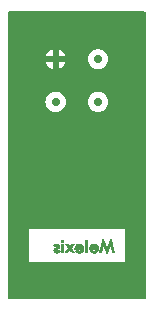
<source format=gbr>
G04 #@! TF.GenerationSoftware,KiCad,Pcbnew,(6.0.7)*
G04 #@! TF.CreationDate,2023-01-17T09:38:14-08:00*
G04 #@! TF.ProjectId,mlx90614-breakout,6d6c7839-3036-4313-942d-627265616b6f,rev?*
G04 #@! TF.SameCoordinates,Original*
G04 #@! TF.FileFunction,Copper,L2,Bot*
G04 #@! TF.FilePolarity,Positive*
%FSLAX46Y46*%
G04 Gerber Fmt 4.6, Leading zero omitted, Abs format (unit mm)*
G04 Created by KiCad (PCBNEW (6.0.7)) date 2023-01-17 09:38:14*
%MOMM*%
%LPD*%
G01*
G04 APERTURE LIST*
G04 #@! TA.AperFunction,EtchedComponent*
%ADD10C,0.010000*%
G04 #@! TD*
G04 #@! TA.AperFunction,ComponentPad*
%ADD11C,0.700000*%
G04 #@! TD*
G04 APERTURE END LIST*
G36*
X111839849Y-79012201D02*
G01*
X111662049Y-79012201D01*
X111662049Y-77920001D01*
X111839849Y-77920001D01*
X111839849Y-79012201D01*
G37*
D10*
X111839849Y-79012201D02*
X111662049Y-79012201D01*
X111662049Y-77920001D01*
X111839849Y-77920001D01*
X111839849Y-79012201D01*
G36*
X109797689Y-78097801D02*
G01*
X109614809Y-78097801D01*
X109614809Y-77920001D01*
X109797689Y-77920001D01*
X109797689Y-78097801D01*
G37*
X109797689Y-78097801D02*
X109614809Y-78097801D01*
X109614809Y-77920001D01*
X109797689Y-77920001D01*
X109797689Y-78097801D01*
G36*
X110672574Y-78304811D02*
G01*
X110623496Y-78367379D01*
X110580603Y-78422303D01*
X110543695Y-78469845D01*
X110512576Y-78510265D01*
X110487048Y-78543825D01*
X110466913Y-78570787D01*
X110451973Y-78591413D01*
X110442031Y-78605963D01*
X110436890Y-78614699D01*
X110436111Y-78617699D01*
X110439816Y-78622815D01*
X110449083Y-78635170D01*
X110463289Y-78653945D01*
X110481810Y-78678321D01*
X110504022Y-78707477D01*
X110529301Y-78740593D01*
X110557024Y-78776850D01*
X110584711Y-78813007D01*
X110614099Y-78851413D01*
X110641565Y-78887414D01*
X110666495Y-78920197D01*
X110688272Y-78948948D01*
X110706284Y-78972853D01*
X110719914Y-78991099D01*
X110728548Y-79002873D01*
X110731562Y-79007317D01*
X110727250Y-79009012D01*
X110713538Y-79010383D01*
X110691183Y-79011395D01*
X110660941Y-79012012D01*
X110627038Y-79012201D01*
X110520820Y-79012201D01*
X110427224Y-78891836D01*
X110403468Y-78861279D01*
X110381581Y-78833112D01*
X110362383Y-78808394D01*
X110346696Y-78788181D01*
X110335339Y-78773529D01*
X110329133Y-78765497D01*
X110328363Y-78764489D01*
X110325484Y-78764213D01*
X110319873Y-78768276D01*
X110311001Y-78777292D01*
X110298341Y-78791877D01*
X110281364Y-78812644D01*
X110259540Y-78840209D01*
X110232342Y-78875187D01*
X110224879Y-78884853D01*
X110126661Y-79012201D01*
X110020595Y-79012201D01*
X109989015Y-79012027D01*
X109961187Y-79011542D01*
X109938599Y-79010799D01*
X109922736Y-79009852D01*
X109915086Y-79008753D01*
X109914614Y-79008391D01*
X109917635Y-79003722D01*
X109926265Y-78991803D01*
X109939903Y-78973429D01*
X109957953Y-78949393D01*
X109979814Y-78920489D01*
X110004889Y-78887511D01*
X110032579Y-78851252D01*
X110062284Y-78812508D01*
X110064400Y-78809754D01*
X110099117Y-78764499D01*
X110128056Y-78726584D01*
X110151690Y-78695337D01*
X110170490Y-78670088D01*
X110184930Y-78650166D01*
X110195482Y-78634901D01*
X110202618Y-78623622D01*
X110206812Y-78615658D01*
X110208536Y-78610340D01*
X110208261Y-78606995D01*
X110207825Y-78606227D01*
X110203385Y-78600348D01*
X110193456Y-78587369D01*
X110178761Y-78568231D01*
X110160022Y-78543872D01*
X110137963Y-78515233D01*
X110113307Y-78483254D01*
X110086776Y-78448873D01*
X110083439Y-78444549D01*
X110057014Y-78410250D01*
X110032649Y-78378483D01*
X110011021Y-78350140D01*
X109992806Y-78326114D01*
X109978681Y-78307299D01*
X109969322Y-78294586D01*
X109965405Y-78288870D01*
X109965329Y-78288666D01*
X109970162Y-78287817D01*
X109983681Y-78287085D01*
X110004408Y-78286506D01*
X110030869Y-78286118D01*
X110061589Y-78285958D01*
X110073279Y-78285963D01*
X110181229Y-78286165D01*
X110249809Y-78377100D01*
X110269693Y-78403335D01*
X110287539Y-78426629D01*
X110302446Y-78445828D01*
X110313511Y-78459773D01*
X110319833Y-78467310D01*
X110320929Y-78468314D01*
X110324640Y-78464565D01*
X110333652Y-78453901D01*
X110347056Y-78437448D01*
X110363938Y-78416331D01*
X110383389Y-78391674D01*
X110394589Y-78377350D01*
X110465709Y-78286107D01*
X110576625Y-78285934D01*
X110687542Y-78285761D01*
X110672574Y-78304811D01*
G37*
X110672574Y-78304811D02*
X110623496Y-78367379D01*
X110580603Y-78422303D01*
X110543695Y-78469845D01*
X110512576Y-78510265D01*
X110487048Y-78543825D01*
X110466913Y-78570787D01*
X110451973Y-78591413D01*
X110442031Y-78605963D01*
X110436890Y-78614699D01*
X110436111Y-78617699D01*
X110439816Y-78622815D01*
X110449083Y-78635170D01*
X110463289Y-78653945D01*
X110481810Y-78678321D01*
X110504022Y-78707477D01*
X110529301Y-78740593D01*
X110557024Y-78776850D01*
X110584711Y-78813007D01*
X110614099Y-78851413D01*
X110641565Y-78887414D01*
X110666495Y-78920197D01*
X110688272Y-78948948D01*
X110706284Y-78972853D01*
X110719914Y-78991099D01*
X110728548Y-79002873D01*
X110731562Y-79007317D01*
X110727250Y-79009012D01*
X110713538Y-79010383D01*
X110691183Y-79011395D01*
X110660941Y-79012012D01*
X110627038Y-79012201D01*
X110520820Y-79012201D01*
X110427224Y-78891836D01*
X110403468Y-78861279D01*
X110381581Y-78833112D01*
X110362383Y-78808394D01*
X110346696Y-78788181D01*
X110335339Y-78773529D01*
X110329133Y-78765497D01*
X110328363Y-78764489D01*
X110325484Y-78764213D01*
X110319873Y-78768276D01*
X110311001Y-78777292D01*
X110298341Y-78791877D01*
X110281364Y-78812644D01*
X110259540Y-78840209D01*
X110232342Y-78875187D01*
X110224879Y-78884853D01*
X110126661Y-79012201D01*
X110020595Y-79012201D01*
X109989015Y-79012027D01*
X109961187Y-79011542D01*
X109938599Y-79010799D01*
X109922736Y-79009852D01*
X109915086Y-79008753D01*
X109914614Y-79008391D01*
X109917635Y-79003722D01*
X109926265Y-78991803D01*
X109939903Y-78973429D01*
X109957953Y-78949393D01*
X109979814Y-78920489D01*
X110004889Y-78887511D01*
X110032579Y-78851252D01*
X110062284Y-78812508D01*
X110064400Y-78809754D01*
X110099117Y-78764499D01*
X110128056Y-78726584D01*
X110151690Y-78695337D01*
X110170490Y-78670088D01*
X110184930Y-78650166D01*
X110195482Y-78634901D01*
X110202618Y-78623622D01*
X110206812Y-78615658D01*
X110208536Y-78610340D01*
X110208261Y-78606995D01*
X110207825Y-78606227D01*
X110203385Y-78600348D01*
X110193456Y-78587369D01*
X110178761Y-78568231D01*
X110160022Y-78543872D01*
X110137963Y-78515233D01*
X110113307Y-78483254D01*
X110086776Y-78448873D01*
X110083439Y-78444549D01*
X110057014Y-78410250D01*
X110032649Y-78378483D01*
X110011021Y-78350140D01*
X109992806Y-78326114D01*
X109978681Y-78307299D01*
X109969322Y-78294586D01*
X109965405Y-78288870D01*
X109965329Y-78288666D01*
X109970162Y-78287817D01*
X109983681Y-78287085D01*
X110004408Y-78286506D01*
X110030869Y-78286118D01*
X110061589Y-78285958D01*
X110073279Y-78285963D01*
X110181229Y-78286165D01*
X110249809Y-78377100D01*
X110269693Y-78403335D01*
X110287539Y-78426629D01*
X110302446Y-78445828D01*
X110313511Y-78459773D01*
X110319833Y-78467310D01*
X110320929Y-78468314D01*
X110324640Y-78464565D01*
X110333652Y-78453901D01*
X110347056Y-78437448D01*
X110363938Y-78416331D01*
X110383389Y-78391674D01*
X110394589Y-78377350D01*
X110465709Y-78286107D01*
X110576625Y-78285934D01*
X110687542Y-78285761D01*
X110672574Y-78304811D01*
G36*
X113808399Y-77834548D02*
G01*
X113808741Y-77834879D01*
X113810326Y-77840018D01*
X113814325Y-77854379D01*
X113820575Y-77877358D01*
X113828917Y-77908347D01*
X113839189Y-77946741D01*
X113851229Y-77991934D01*
X113864878Y-78043321D01*
X113879974Y-78100296D01*
X113896355Y-78162252D01*
X113913862Y-78228583D01*
X113932333Y-78298685D01*
X113951607Y-78371951D01*
X113965156Y-78423521D01*
X114119070Y-79009661D01*
X114032667Y-79011054D01*
X114004010Y-79011293D01*
X113978958Y-79011077D01*
X113959248Y-79010456D01*
X113946617Y-79009480D01*
X113942806Y-79008514D01*
X113940960Y-79003040D01*
X113936793Y-78988560D01*
X113930528Y-78965907D01*
X113922386Y-78935912D01*
X113912592Y-78899406D01*
X113901367Y-78857221D01*
X113888934Y-78810187D01*
X113875516Y-78759137D01*
X113861336Y-78704902D01*
X113856362Y-78685811D01*
X113842001Y-78630811D01*
X113828342Y-78578817D01*
X113815605Y-78530646D01*
X113804010Y-78487115D01*
X113793777Y-78449044D01*
X113785128Y-78417248D01*
X113778281Y-78392547D01*
X113773457Y-78375758D01*
X113770876Y-78367699D01*
X113770542Y-78367092D01*
X113768171Y-78371667D01*
X113762195Y-78384892D01*
X113752925Y-78406041D01*
X113740670Y-78434389D01*
X113725740Y-78469210D01*
X113708446Y-78509779D01*
X113689098Y-78555369D01*
X113668005Y-78605256D01*
X113645478Y-78658713D01*
X113621827Y-78715015D01*
X113620586Y-78717975D01*
X113596858Y-78774472D01*
X113574218Y-78828212D01*
X113552978Y-78878464D01*
X113533452Y-78924496D01*
X113515952Y-78965575D01*
X113500790Y-79000971D01*
X113488279Y-79029950D01*
X113478731Y-79051783D01*
X113472460Y-79065736D01*
X113469778Y-79071078D01*
X113469747Y-79071104D01*
X113465757Y-79068301D01*
X113459819Y-79058587D01*
X113456554Y-79051691D01*
X113453030Y-79043450D01*
X113445907Y-79026657D01*
X113435529Y-79002124D01*
X113422239Y-78970661D01*
X113406379Y-78933082D01*
X113388291Y-78890197D01*
X113368319Y-78842821D01*
X113346805Y-78791763D01*
X113324092Y-78737836D01*
X113307674Y-78698843D01*
X113276953Y-78626098D01*
X113249990Y-78562734D01*
X113226763Y-78508700D01*
X113207249Y-78463949D01*
X113191426Y-78428428D01*
X113179273Y-78402090D01*
X113170767Y-78384883D01*
X113165886Y-78376759D01*
X113164669Y-78376263D01*
X113162783Y-78382605D01*
X113158599Y-78397907D01*
X113152348Y-78421288D01*
X113144262Y-78451868D01*
X113134571Y-78488767D01*
X113123507Y-78531103D01*
X113111300Y-78577998D01*
X113098183Y-78628570D01*
X113084387Y-78681939D01*
X113084371Y-78682001D01*
X113070508Y-78735656D01*
X113057281Y-78786740D01*
X113044926Y-78834341D01*
X113033683Y-78877547D01*
X113023790Y-78915447D01*
X113015483Y-78947131D01*
X113009001Y-78971686D01*
X113004581Y-78988201D01*
X113002486Y-78995691D01*
X112997301Y-79012201D01*
X112820095Y-79012201D01*
X112822976Y-79000771D01*
X112831734Y-78966306D01*
X112842259Y-78925365D01*
X112854362Y-78878666D01*
X112867848Y-78826925D01*
X112882528Y-78770862D01*
X112898210Y-78711194D01*
X112914701Y-78648638D01*
X112931811Y-78583913D01*
X112949347Y-78517736D01*
X112967118Y-78450825D01*
X112984932Y-78383899D01*
X113002598Y-78317674D01*
X113019924Y-78252869D01*
X113036718Y-78190202D01*
X113052789Y-78130390D01*
X113067946Y-78074151D01*
X113081995Y-78022203D01*
X113094747Y-77975264D01*
X113106008Y-77934051D01*
X113115588Y-77899283D01*
X113123295Y-77871678D01*
X113128938Y-77851953D01*
X113132324Y-77840825D01*
X113133253Y-77838538D01*
X113135855Y-77843480D01*
X113142060Y-77857114D01*
X113151575Y-77878751D01*
X113164104Y-77907702D01*
X113179355Y-77943276D01*
X113197032Y-77984783D01*
X113216842Y-78031533D01*
X113238491Y-78082838D01*
X113261684Y-78138006D01*
X113286128Y-78196348D01*
X113302692Y-78235991D01*
X113327740Y-78295874D01*
X113351704Y-78352912D01*
X113374292Y-78406427D01*
X113395215Y-78455745D01*
X113414182Y-78500188D01*
X113430904Y-78539081D01*
X113445089Y-78571749D01*
X113456448Y-78597514D01*
X113464690Y-78615701D01*
X113469526Y-78625634D01*
X113470717Y-78627333D01*
X113473125Y-78622163D01*
X113479147Y-78608337D01*
X113488479Y-78586571D01*
X113500817Y-78557583D01*
X113515859Y-78522091D01*
X113533299Y-78480812D01*
X113552836Y-78434465D01*
X113574165Y-78383766D01*
X113596984Y-78329433D01*
X113620987Y-78272184D01*
X113628067Y-78255281D01*
X113658463Y-78182697D01*
X113685177Y-78118920D01*
X113708450Y-78063385D01*
X113728527Y-78015527D01*
X113745649Y-77974782D01*
X113760059Y-77940586D01*
X113772001Y-77912372D01*
X113781715Y-77889578D01*
X113789446Y-77871638D01*
X113795436Y-77857987D01*
X113799927Y-77848062D01*
X113803163Y-77841297D01*
X113805385Y-77837128D01*
X113806837Y-77834990D01*
X113807760Y-77834318D01*
X113808399Y-77834548D01*
G37*
X113808399Y-77834548D02*
X113808741Y-77834879D01*
X113810326Y-77840018D01*
X113814325Y-77854379D01*
X113820575Y-77877358D01*
X113828917Y-77908347D01*
X113839189Y-77946741D01*
X113851229Y-77991934D01*
X113864878Y-78043321D01*
X113879974Y-78100296D01*
X113896355Y-78162252D01*
X113913862Y-78228583D01*
X113932333Y-78298685D01*
X113951607Y-78371951D01*
X113965156Y-78423521D01*
X114119070Y-79009661D01*
X114032667Y-79011054D01*
X114004010Y-79011293D01*
X113978958Y-79011077D01*
X113959248Y-79010456D01*
X113946617Y-79009480D01*
X113942806Y-79008514D01*
X113940960Y-79003040D01*
X113936793Y-78988560D01*
X113930528Y-78965907D01*
X113922386Y-78935912D01*
X113912592Y-78899406D01*
X113901367Y-78857221D01*
X113888934Y-78810187D01*
X113875516Y-78759137D01*
X113861336Y-78704902D01*
X113856362Y-78685811D01*
X113842001Y-78630811D01*
X113828342Y-78578817D01*
X113815605Y-78530646D01*
X113804010Y-78487115D01*
X113793777Y-78449044D01*
X113785128Y-78417248D01*
X113778281Y-78392547D01*
X113773457Y-78375758D01*
X113770876Y-78367699D01*
X113770542Y-78367092D01*
X113768171Y-78371667D01*
X113762195Y-78384892D01*
X113752925Y-78406041D01*
X113740670Y-78434389D01*
X113725740Y-78469210D01*
X113708446Y-78509779D01*
X113689098Y-78555369D01*
X113668005Y-78605256D01*
X113645478Y-78658713D01*
X113621827Y-78715015D01*
X113620586Y-78717975D01*
X113596858Y-78774472D01*
X113574218Y-78828212D01*
X113552978Y-78878464D01*
X113533452Y-78924496D01*
X113515952Y-78965575D01*
X113500790Y-79000971D01*
X113488279Y-79029950D01*
X113478731Y-79051783D01*
X113472460Y-79065736D01*
X113469778Y-79071078D01*
X113469747Y-79071104D01*
X113465757Y-79068301D01*
X113459819Y-79058587D01*
X113456554Y-79051691D01*
X113453030Y-79043450D01*
X113445907Y-79026657D01*
X113435529Y-79002124D01*
X113422239Y-78970661D01*
X113406379Y-78933082D01*
X113388291Y-78890197D01*
X113368319Y-78842821D01*
X113346805Y-78791763D01*
X113324092Y-78737836D01*
X113307674Y-78698843D01*
X113276953Y-78626098D01*
X113249990Y-78562734D01*
X113226763Y-78508700D01*
X113207249Y-78463949D01*
X113191426Y-78428428D01*
X113179273Y-78402090D01*
X113170767Y-78384883D01*
X113165886Y-78376759D01*
X113164669Y-78376263D01*
X113162783Y-78382605D01*
X113158599Y-78397907D01*
X113152348Y-78421288D01*
X113144262Y-78451868D01*
X113134571Y-78488767D01*
X113123507Y-78531103D01*
X113111300Y-78577998D01*
X113098183Y-78628570D01*
X113084387Y-78681939D01*
X113084371Y-78682001D01*
X113070508Y-78735656D01*
X113057281Y-78786740D01*
X113044926Y-78834341D01*
X113033683Y-78877547D01*
X113023790Y-78915447D01*
X113015483Y-78947131D01*
X113009001Y-78971686D01*
X113004581Y-78988201D01*
X113002486Y-78995691D01*
X112997301Y-79012201D01*
X112820095Y-79012201D01*
X112822976Y-79000771D01*
X112831734Y-78966306D01*
X112842259Y-78925365D01*
X112854362Y-78878666D01*
X112867848Y-78826925D01*
X112882528Y-78770862D01*
X112898210Y-78711194D01*
X112914701Y-78648638D01*
X112931811Y-78583913D01*
X112949347Y-78517736D01*
X112967118Y-78450825D01*
X112984932Y-78383899D01*
X113002598Y-78317674D01*
X113019924Y-78252869D01*
X113036718Y-78190202D01*
X113052789Y-78130390D01*
X113067946Y-78074151D01*
X113081995Y-78022203D01*
X113094747Y-77975264D01*
X113106008Y-77934051D01*
X113115588Y-77899283D01*
X113123295Y-77871678D01*
X113128938Y-77851953D01*
X113132324Y-77840825D01*
X113133253Y-77838538D01*
X113135855Y-77843480D01*
X113142060Y-77857114D01*
X113151575Y-77878751D01*
X113164104Y-77907702D01*
X113179355Y-77943276D01*
X113197032Y-77984783D01*
X113216842Y-78031533D01*
X113238491Y-78082838D01*
X113261684Y-78138006D01*
X113286128Y-78196348D01*
X113302692Y-78235991D01*
X113327740Y-78295874D01*
X113351704Y-78352912D01*
X113374292Y-78406427D01*
X113395215Y-78455745D01*
X113414182Y-78500188D01*
X113430904Y-78539081D01*
X113445089Y-78571749D01*
X113456448Y-78597514D01*
X113464690Y-78615701D01*
X113469526Y-78625634D01*
X113470717Y-78627333D01*
X113473125Y-78622163D01*
X113479147Y-78608337D01*
X113488479Y-78586571D01*
X113500817Y-78557583D01*
X113515859Y-78522091D01*
X113533299Y-78480812D01*
X113552836Y-78434465D01*
X113574165Y-78383766D01*
X113596984Y-78329433D01*
X113620987Y-78272184D01*
X113628067Y-78255281D01*
X113658463Y-78182697D01*
X113685177Y-78118920D01*
X113708450Y-78063385D01*
X113728527Y-78015527D01*
X113745649Y-77974782D01*
X113760059Y-77940586D01*
X113772001Y-77912372D01*
X113781715Y-77889578D01*
X113789446Y-77871638D01*
X113795436Y-77857987D01*
X113799927Y-77848062D01*
X113803163Y-77841297D01*
X113805385Y-77837128D01*
X113806837Y-77834990D01*
X113807760Y-77834318D01*
X113808399Y-77834548D01*
G36*
X109260487Y-78269627D02*
G01*
X109290719Y-78273953D01*
X109317697Y-78282276D01*
X109344774Y-78295588D01*
X109370936Y-78311946D01*
X109403917Y-78339464D01*
X109429594Y-78372209D01*
X109447834Y-78408766D01*
X109458506Y-78447722D01*
X109461479Y-78487664D01*
X109456621Y-78527176D01*
X109443799Y-78564846D01*
X109422884Y-78599260D01*
X109399960Y-78623740D01*
X109391494Y-78630851D01*
X109381984Y-78637869D01*
X109370394Y-78645350D01*
X109355688Y-78653851D01*
X109336829Y-78663927D01*
X109312781Y-78676135D01*
X109282506Y-78691031D01*
X109244969Y-78709170D01*
X109205148Y-78728236D01*
X109171960Y-78746484D01*
X109148888Y-78764741D01*
X109135888Y-78783095D01*
X109132916Y-78801633D01*
X109139928Y-78820441D01*
X109151373Y-78834440D01*
X109176303Y-78852602D01*
X109205309Y-78862375D01*
X109236878Y-78863856D01*
X109269497Y-78857141D01*
X109301654Y-78842327D01*
X109327762Y-78823203D01*
X109351640Y-78802184D01*
X109418454Y-78834704D01*
X109442461Y-78846479D01*
X109463278Y-78856861D01*
X109479153Y-78864962D01*
X109488339Y-78869898D01*
X109489758Y-78870796D01*
X109489649Y-78876718D01*
X109483499Y-78888126D01*
X109472538Y-78903407D01*
X109457995Y-78920951D01*
X109441099Y-78939145D01*
X109427654Y-78952220D01*
X109385669Y-78984695D01*
X109339367Y-79009001D01*
X109290184Y-79024741D01*
X109239561Y-79031518D01*
X109188934Y-79028933D01*
X109165965Y-79024474D01*
X109123499Y-79009669D01*
X109082838Y-78986998D01*
X109046057Y-78958089D01*
X109015233Y-78924567D01*
X108992863Y-78888920D01*
X108978365Y-78849452D01*
X108971654Y-78807801D01*
X108973251Y-78767376D01*
X108973832Y-78763848D01*
X108984033Y-78725970D01*
X109001021Y-78691509D01*
X109025393Y-78659892D01*
X109057746Y-78630544D01*
X109098678Y-78602891D01*
X109148786Y-78576358D01*
X109186255Y-78559569D01*
X109223881Y-78542772D01*
X109252521Y-78527808D01*
X109273036Y-78514022D01*
X109286291Y-78500756D01*
X109293147Y-78487356D01*
X109294607Y-78477197D01*
X109291645Y-78458799D01*
X109281790Y-78445689D01*
X109264305Y-78437415D01*
X109238456Y-78433524D01*
X109222727Y-78433081D01*
X109200639Y-78434454D01*
X109180201Y-78439250D01*
X109158653Y-78448477D01*
X109133235Y-78463147D01*
X109123362Y-78469462D01*
X109091655Y-78490098D01*
X109040337Y-78445079D01*
X109020391Y-78427650D01*
X109002391Y-78412048D01*
X108988130Y-78399817D01*
X108979399Y-78392503D01*
X108978608Y-78391871D01*
X108973845Y-78387560D01*
X108972898Y-78383431D01*
X108976855Y-78377808D01*
X108986804Y-78369014D01*
X109000672Y-78357883D01*
X109036443Y-78331980D01*
X109075333Y-78308102D01*
X109113614Y-78288425D01*
X109135163Y-78279380D01*
X109151061Y-78274120D01*
X109166977Y-78270769D01*
X109185870Y-78268958D01*
X109210697Y-78268314D01*
X109223649Y-78268304D01*
X109260487Y-78269627D01*
G37*
X109260487Y-78269627D02*
X109290719Y-78273953D01*
X109317697Y-78282276D01*
X109344774Y-78295588D01*
X109370936Y-78311946D01*
X109403917Y-78339464D01*
X109429594Y-78372209D01*
X109447834Y-78408766D01*
X109458506Y-78447722D01*
X109461479Y-78487664D01*
X109456621Y-78527176D01*
X109443799Y-78564846D01*
X109422884Y-78599260D01*
X109399960Y-78623740D01*
X109391494Y-78630851D01*
X109381984Y-78637869D01*
X109370394Y-78645350D01*
X109355688Y-78653851D01*
X109336829Y-78663927D01*
X109312781Y-78676135D01*
X109282506Y-78691031D01*
X109244969Y-78709170D01*
X109205148Y-78728236D01*
X109171960Y-78746484D01*
X109148888Y-78764741D01*
X109135888Y-78783095D01*
X109132916Y-78801633D01*
X109139928Y-78820441D01*
X109151373Y-78834440D01*
X109176303Y-78852602D01*
X109205309Y-78862375D01*
X109236878Y-78863856D01*
X109269497Y-78857141D01*
X109301654Y-78842327D01*
X109327762Y-78823203D01*
X109351640Y-78802184D01*
X109418454Y-78834704D01*
X109442461Y-78846479D01*
X109463278Y-78856861D01*
X109479153Y-78864962D01*
X109488339Y-78869898D01*
X109489758Y-78870796D01*
X109489649Y-78876718D01*
X109483499Y-78888126D01*
X109472538Y-78903407D01*
X109457995Y-78920951D01*
X109441099Y-78939145D01*
X109427654Y-78952220D01*
X109385669Y-78984695D01*
X109339367Y-79009001D01*
X109290184Y-79024741D01*
X109239561Y-79031518D01*
X109188934Y-79028933D01*
X109165965Y-79024474D01*
X109123499Y-79009669D01*
X109082838Y-78986998D01*
X109046057Y-78958089D01*
X109015233Y-78924567D01*
X108992863Y-78888920D01*
X108978365Y-78849452D01*
X108971654Y-78807801D01*
X108973251Y-78767376D01*
X108973832Y-78763848D01*
X108984033Y-78725970D01*
X109001021Y-78691509D01*
X109025393Y-78659892D01*
X109057746Y-78630544D01*
X109098678Y-78602891D01*
X109148786Y-78576358D01*
X109186255Y-78559569D01*
X109223881Y-78542772D01*
X109252521Y-78527808D01*
X109273036Y-78514022D01*
X109286291Y-78500756D01*
X109293147Y-78487356D01*
X109294607Y-78477197D01*
X109291645Y-78458799D01*
X109281790Y-78445689D01*
X109264305Y-78437415D01*
X109238456Y-78433524D01*
X109222727Y-78433081D01*
X109200639Y-78434454D01*
X109180201Y-78439250D01*
X109158653Y-78448477D01*
X109133235Y-78463147D01*
X109123362Y-78469462D01*
X109091655Y-78490098D01*
X109040337Y-78445079D01*
X109020391Y-78427650D01*
X109002391Y-78412048D01*
X108988130Y-78399817D01*
X108979399Y-78392503D01*
X108978608Y-78391871D01*
X108973845Y-78387560D01*
X108972898Y-78383431D01*
X108976855Y-78377808D01*
X108986804Y-78369014D01*
X109000672Y-78357883D01*
X109036443Y-78331980D01*
X109075333Y-78308102D01*
X109113614Y-78288425D01*
X109135163Y-78279380D01*
X109151061Y-78274120D01*
X109166977Y-78270769D01*
X109185870Y-78268958D01*
X109210697Y-78268314D01*
X109223649Y-78268304D01*
X109260487Y-78269627D01*
G36*
X110794488Y-78481691D02*
G01*
X110819935Y-78437022D01*
X110852662Y-78395019D01*
X110869569Y-78376944D01*
X110914690Y-78336851D01*
X110962394Y-78306230D01*
X111013759Y-78284603D01*
X111069862Y-78271495D01*
X111118489Y-78266839D01*
X111148286Y-78265998D01*
X111171890Y-78266655D01*
X111193197Y-78269120D01*
X111216102Y-78273702D01*
X111221931Y-78275071D01*
X111278965Y-78293813D01*
X111332022Y-78321344D01*
X111380184Y-78356764D01*
X111422529Y-78399174D01*
X111458138Y-78447673D01*
X111486091Y-78501361D01*
X111503055Y-78550081D01*
X111508924Y-78580952D01*
X111512009Y-78618232D01*
X111512355Y-78658573D01*
X111510008Y-78698624D01*
X111505012Y-78735038D01*
X111500292Y-78755432D01*
X111478826Y-78813060D01*
X111449040Y-78865725D01*
X111411751Y-78912620D01*
X111367773Y-78952937D01*
X111317923Y-78985870D01*
X111263016Y-79010614D01*
X111232789Y-79019962D01*
X111204043Y-79025427D01*
X111168935Y-79028926D01*
X111131092Y-79030357D01*
X111094138Y-79029616D01*
X111061700Y-79026599D01*
X111052719Y-79025108D01*
X110996019Y-79010066D01*
X110941611Y-78987422D01*
X110891203Y-78958214D01*
X110846505Y-78923481D01*
X110809225Y-78884262D01*
X110799224Y-78871050D01*
X110787983Y-78855264D01*
X110847826Y-78810225D01*
X110869473Y-78793999D01*
X110888560Y-78779816D01*
X110903461Y-78768874D01*
X110912552Y-78762372D01*
X110914225Y-78761266D01*
X110921492Y-78762790D01*
X110934566Y-78772468D01*
X110953320Y-78790206D01*
X110953578Y-78790466D01*
X110990726Y-78822277D01*
X111030322Y-78844701D01*
X111073750Y-78858454D01*
X111090348Y-78861386D01*
X111136423Y-78863632D01*
X111180969Y-78857449D01*
X111222592Y-78843501D01*
X111259899Y-78822450D01*
X111291496Y-78794959D01*
X111315990Y-78761691D01*
X111321343Y-78751519D01*
X111329694Y-78733217D01*
X111336433Y-78716561D01*
X111339829Y-78706131D01*
X111343110Y-78692161D01*
X110751527Y-78692161D01*
X110755050Y-78647711D01*
X110762723Y-78585433D01*
X110773382Y-78540217D01*
X110955929Y-78540217D01*
X110960856Y-78541365D01*
X110975027Y-78542388D01*
X110997526Y-78543264D01*
X111027439Y-78543970D01*
X111063849Y-78544481D01*
X111105841Y-78544776D01*
X111138939Y-78544841D01*
X111321949Y-78544841D01*
X111314358Y-78530161D01*
X111302526Y-78512976D01*
X111284793Y-78493773D01*
X111264177Y-78475395D01*
X111243699Y-78460686D01*
X111235959Y-78456334D01*
X111194956Y-78440940D01*
X111151526Y-78434076D01*
X111107740Y-78435645D01*
X111065670Y-78445549D01*
X111027387Y-78463693D01*
X111023401Y-78466250D01*
X111009298Y-78477118D01*
X110993792Y-78491452D01*
X110978803Y-78507146D01*
X110966251Y-78522094D01*
X110958059Y-78534191D01*
X110955929Y-78540217D01*
X110773382Y-78540217D01*
X110775643Y-78530627D01*
X110794488Y-78481691D01*
G37*
X110794488Y-78481691D02*
X110819935Y-78437022D01*
X110852662Y-78395019D01*
X110869569Y-78376944D01*
X110914690Y-78336851D01*
X110962394Y-78306230D01*
X111013759Y-78284603D01*
X111069862Y-78271495D01*
X111118489Y-78266839D01*
X111148286Y-78265998D01*
X111171890Y-78266655D01*
X111193197Y-78269120D01*
X111216102Y-78273702D01*
X111221931Y-78275071D01*
X111278965Y-78293813D01*
X111332022Y-78321344D01*
X111380184Y-78356764D01*
X111422529Y-78399174D01*
X111458138Y-78447673D01*
X111486091Y-78501361D01*
X111503055Y-78550081D01*
X111508924Y-78580952D01*
X111512009Y-78618232D01*
X111512355Y-78658573D01*
X111510008Y-78698624D01*
X111505012Y-78735038D01*
X111500292Y-78755432D01*
X111478826Y-78813060D01*
X111449040Y-78865725D01*
X111411751Y-78912620D01*
X111367773Y-78952937D01*
X111317923Y-78985870D01*
X111263016Y-79010614D01*
X111232789Y-79019962D01*
X111204043Y-79025427D01*
X111168935Y-79028926D01*
X111131092Y-79030357D01*
X111094138Y-79029616D01*
X111061700Y-79026599D01*
X111052719Y-79025108D01*
X110996019Y-79010066D01*
X110941611Y-78987422D01*
X110891203Y-78958214D01*
X110846505Y-78923481D01*
X110809225Y-78884262D01*
X110799224Y-78871050D01*
X110787983Y-78855264D01*
X110847826Y-78810225D01*
X110869473Y-78793999D01*
X110888560Y-78779816D01*
X110903461Y-78768874D01*
X110912552Y-78762372D01*
X110914225Y-78761266D01*
X110921492Y-78762790D01*
X110934566Y-78772468D01*
X110953320Y-78790206D01*
X110953578Y-78790466D01*
X110990726Y-78822277D01*
X111030322Y-78844701D01*
X111073750Y-78858454D01*
X111090348Y-78861386D01*
X111136423Y-78863632D01*
X111180969Y-78857449D01*
X111222592Y-78843501D01*
X111259899Y-78822450D01*
X111291496Y-78794959D01*
X111315990Y-78761691D01*
X111321343Y-78751519D01*
X111329694Y-78733217D01*
X111336433Y-78716561D01*
X111339829Y-78706131D01*
X111343110Y-78692161D01*
X110751527Y-78692161D01*
X110755050Y-78647711D01*
X110762723Y-78585433D01*
X110773382Y-78540217D01*
X110955929Y-78540217D01*
X110960856Y-78541365D01*
X110975027Y-78542388D01*
X110997526Y-78543264D01*
X111027439Y-78543970D01*
X111063849Y-78544481D01*
X111105841Y-78544776D01*
X111138939Y-78544841D01*
X111321949Y-78544841D01*
X111314358Y-78530161D01*
X111302526Y-78512976D01*
X111284793Y-78493773D01*
X111264177Y-78475395D01*
X111243699Y-78460686D01*
X111235959Y-78456334D01*
X111194956Y-78440940D01*
X111151526Y-78434076D01*
X111107740Y-78435645D01*
X111065670Y-78445549D01*
X111027387Y-78463693D01*
X111023401Y-78466250D01*
X111009298Y-78477118D01*
X110993792Y-78491452D01*
X110978803Y-78507146D01*
X110966251Y-78522094D01*
X110958059Y-78534191D01*
X110955929Y-78540217D01*
X110773382Y-78540217D01*
X110775643Y-78530627D01*
X110794488Y-78481691D01*
G36*
X112052830Y-78449022D02*
G01*
X112087076Y-78400713D01*
X112128284Y-78358230D01*
X112175890Y-78322435D01*
X112229329Y-78294191D01*
X112258949Y-78282870D01*
X112301471Y-78272287D01*
X112349085Y-78266636D01*
X112397883Y-78266125D01*
X112443960Y-78270965D01*
X112451989Y-78272487D01*
X112505988Y-78288463D01*
X112558304Y-78313339D01*
X112606910Y-78345860D01*
X112649779Y-78384772D01*
X112668847Y-78406756D01*
X112702703Y-78455076D01*
X112727294Y-78503871D01*
X112743396Y-78555166D01*
X112751785Y-78610990D01*
X112752780Y-78626121D01*
X112751698Y-78690404D01*
X112741587Y-78750176D01*
X112722259Y-78805938D01*
X112693523Y-78858190D01*
X112655189Y-78907435D01*
X112639838Y-78923679D01*
X112617959Y-78944854D01*
X112598808Y-78960693D01*
X112578794Y-78973816D01*
X112554325Y-78986842D01*
X112550938Y-78988514D01*
X112526890Y-78999607D01*
X112502313Y-79009769D01*
X112480972Y-79017490D01*
X112472309Y-79020064D01*
X112442833Y-79025592D01*
X112407044Y-79029062D01*
X112368596Y-79030376D01*
X112331143Y-79029437D01*
X112298342Y-79026146D01*
X112291128Y-79024913D01*
X112227954Y-79007926D01*
X112169053Y-78981873D01*
X112147034Y-78969089D01*
X112123173Y-78952362D01*
X112097307Y-78931211D01*
X112072244Y-78908185D01*
X112050788Y-78885834D01*
X112038012Y-78870022D01*
X112027798Y-78855677D01*
X112087493Y-78810385D01*
X112109097Y-78794067D01*
X112128166Y-78779801D01*
X112143074Y-78768792D01*
X112152197Y-78762245D01*
X112153890Y-78761129D01*
X112161036Y-78762518D01*
X112174117Y-78771739D01*
X112193262Y-78788885D01*
X112197864Y-78793306D01*
X112230319Y-78821375D01*
X112262218Y-78841261D01*
X112296326Y-78854381D01*
X112330874Y-78861531D01*
X112378617Y-78863816D01*
X112424172Y-78857093D01*
X112466373Y-78841936D01*
X112504057Y-78818916D01*
X112536059Y-78788607D01*
X112561216Y-78751581D01*
X112563538Y-78747077D01*
X112569665Y-78735525D01*
X112575117Y-78725700D01*
X112579203Y-78717464D01*
X112581232Y-78710678D01*
X112580514Y-78705204D01*
X112576356Y-78700903D01*
X112568068Y-78697637D01*
X112554959Y-78695267D01*
X112536338Y-78693656D01*
X112511513Y-78692664D01*
X112479795Y-78692154D01*
X112440492Y-78691986D01*
X112392912Y-78692022D01*
X112336366Y-78692124D01*
X112289429Y-78692161D01*
X112227519Y-78692146D01*
X112175000Y-78692087D01*
X112131101Y-78691960D01*
X112095052Y-78691742D01*
X112066082Y-78691410D01*
X112043422Y-78690939D01*
X112026302Y-78690307D01*
X112013951Y-78689490D01*
X112005601Y-78688465D01*
X112000479Y-78687209D01*
X111997817Y-78685697D01*
X111996845Y-78683907D01*
X111996765Y-78683271D01*
X111997514Y-78620281D01*
X112007485Y-78559668D01*
X112013386Y-78541492D01*
X112195449Y-78541492D01*
X112200340Y-78542260D01*
X112214257Y-78542967D01*
X112236067Y-78543590D01*
X112264637Y-78544110D01*
X112298833Y-78544506D01*
X112337521Y-78544756D01*
X112378329Y-78544841D01*
X112420295Y-78544757D01*
X112458870Y-78544519D01*
X112492921Y-78544145D01*
X112521313Y-78543657D01*
X112542913Y-78543071D01*
X112556588Y-78542409D01*
X112561209Y-78541711D01*
X112558014Y-78534612D01*
X112549763Y-78522664D01*
X112538455Y-78508330D01*
X112526088Y-78494071D01*
X112514664Y-78482351D01*
X112509161Y-78477614D01*
X112471059Y-78454383D01*
X112430175Y-78439744D01*
X112387956Y-78433535D01*
X112345850Y-78435590D01*
X112305303Y-78445745D01*
X112267763Y-78463836D01*
X112234678Y-78489698D01*
X112216020Y-78510897D01*
X112205615Y-78525141D01*
X112198217Y-78536153D01*
X112195449Y-78541492D01*
X112013386Y-78541492D01*
X112026112Y-78502294D01*
X112052830Y-78449022D01*
G37*
X112052830Y-78449022D02*
X112087076Y-78400713D01*
X112128284Y-78358230D01*
X112175890Y-78322435D01*
X112229329Y-78294191D01*
X112258949Y-78282870D01*
X112301471Y-78272287D01*
X112349085Y-78266636D01*
X112397883Y-78266125D01*
X112443960Y-78270965D01*
X112451989Y-78272487D01*
X112505988Y-78288463D01*
X112558304Y-78313339D01*
X112606910Y-78345860D01*
X112649779Y-78384772D01*
X112668847Y-78406756D01*
X112702703Y-78455076D01*
X112727294Y-78503871D01*
X112743396Y-78555166D01*
X112751785Y-78610990D01*
X112752780Y-78626121D01*
X112751698Y-78690404D01*
X112741587Y-78750176D01*
X112722259Y-78805938D01*
X112693523Y-78858190D01*
X112655189Y-78907435D01*
X112639838Y-78923679D01*
X112617959Y-78944854D01*
X112598808Y-78960693D01*
X112578794Y-78973816D01*
X112554325Y-78986842D01*
X112550938Y-78988514D01*
X112526890Y-78999607D01*
X112502313Y-79009769D01*
X112480972Y-79017490D01*
X112472309Y-79020064D01*
X112442833Y-79025592D01*
X112407044Y-79029062D01*
X112368596Y-79030376D01*
X112331143Y-79029437D01*
X112298342Y-79026146D01*
X112291128Y-79024913D01*
X112227954Y-79007926D01*
X112169053Y-78981873D01*
X112147034Y-78969089D01*
X112123173Y-78952362D01*
X112097307Y-78931211D01*
X112072244Y-78908185D01*
X112050788Y-78885834D01*
X112038012Y-78870022D01*
X112027798Y-78855677D01*
X112087493Y-78810385D01*
X112109097Y-78794067D01*
X112128166Y-78779801D01*
X112143074Y-78768792D01*
X112152197Y-78762245D01*
X112153890Y-78761129D01*
X112161036Y-78762518D01*
X112174117Y-78771739D01*
X112193262Y-78788885D01*
X112197864Y-78793306D01*
X112230319Y-78821375D01*
X112262218Y-78841261D01*
X112296326Y-78854381D01*
X112330874Y-78861531D01*
X112378617Y-78863816D01*
X112424172Y-78857093D01*
X112466373Y-78841936D01*
X112504057Y-78818916D01*
X112536059Y-78788607D01*
X112561216Y-78751581D01*
X112563538Y-78747077D01*
X112569665Y-78735525D01*
X112575117Y-78725700D01*
X112579203Y-78717464D01*
X112581232Y-78710678D01*
X112580514Y-78705204D01*
X112576356Y-78700903D01*
X112568068Y-78697637D01*
X112554959Y-78695267D01*
X112536338Y-78693656D01*
X112511513Y-78692664D01*
X112479795Y-78692154D01*
X112440492Y-78691986D01*
X112392912Y-78692022D01*
X112336366Y-78692124D01*
X112289429Y-78692161D01*
X112227519Y-78692146D01*
X112175000Y-78692087D01*
X112131101Y-78691960D01*
X112095052Y-78691742D01*
X112066082Y-78691410D01*
X112043422Y-78690939D01*
X112026302Y-78690307D01*
X112013951Y-78689490D01*
X112005601Y-78688465D01*
X112000479Y-78687209D01*
X111997817Y-78685697D01*
X111996845Y-78683907D01*
X111996765Y-78683271D01*
X111997514Y-78620281D01*
X112007485Y-78559668D01*
X112013386Y-78541492D01*
X112195449Y-78541492D01*
X112200340Y-78542260D01*
X112214257Y-78542967D01*
X112236067Y-78543590D01*
X112264637Y-78544110D01*
X112298833Y-78544506D01*
X112337521Y-78544756D01*
X112378329Y-78544841D01*
X112420295Y-78544757D01*
X112458870Y-78544519D01*
X112492921Y-78544145D01*
X112521313Y-78543657D01*
X112542913Y-78543071D01*
X112556588Y-78542409D01*
X112561209Y-78541711D01*
X112558014Y-78534612D01*
X112549763Y-78522664D01*
X112538455Y-78508330D01*
X112526088Y-78494071D01*
X112514664Y-78482351D01*
X112509161Y-78477614D01*
X112471059Y-78454383D01*
X112430175Y-78439744D01*
X112387956Y-78433535D01*
X112345850Y-78435590D01*
X112305303Y-78445745D01*
X112267763Y-78463836D01*
X112234678Y-78489698D01*
X112216020Y-78510897D01*
X112205615Y-78525141D01*
X112198217Y-78536153D01*
X112195449Y-78541492D01*
X112013386Y-78541492D01*
X112026112Y-78502294D01*
X112052830Y-78449022D01*
G36*
X109797689Y-79012201D02*
G01*
X109614809Y-79012201D01*
X109614809Y-78285761D01*
X109797689Y-78285761D01*
X109797689Y-79012201D01*
G37*
X109797689Y-79012201D02*
X109614809Y-79012201D01*
X109614809Y-78285761D01*
X109797689Y-78285761D01*
X109797689Y-79012201D01*
D11*
X112746050Y-62653950D03*
X112746050Y-66246052D03*
X109153948Y-66246052D03*
X109153948Y-62653950D03*
G04 #@! TA.AperFunction,Conductor*
G36*
X116733620Y-58628503D02*
G01*
X116780113Y-58682159D01*
X116791499Y-58734501D01*
X116791499Y-82865501D01*
X116771497Y-82933622D01*
X116717841Y-82980115D01*
X116665499Y-82991501D01*
X105234499Y-82991501D01*
X105166378Y-82971499D01*
X105119885Y-82917843D01*
X105108499Y-82865501D01*
X105108499Y-79817001D01*
X106885999Y-79817001D01*
X115013999Y-79817001D01*
X115013999Y-77023001D01*
X106885999Y-77023001D01*
X106885999Y-79817001D01*
X105108499Y-79817001D01*
X105108499Y-66246052D01*
X108290719Y-66246052D01*
X108309583Y-66425527D01*
X108365349Y-66597159D01*
X108455581Y-66753445D01*
X108576335Y-66887556D01*
X108722333Y-66993630D01*
X108728361Y-66996314D01*
X108728363Y-66996315D01*
X108881165Y-67064347D01*
X108887196Y-67067032D01*
X108975456Y-67085792D01*
X109057259Y-67103180D01*
X109057263Y-67103180D01*
X109063716Y-67104552D01*
X109244180Y-67104552D01*
X109250633Y-67103180D01*
X109250637Y-67103180D01*
X109332440Y-67085792D01*
X109420700Y-67067032D01*
X109426731Y-67064347D01*
X109579533Y-66996315D01*
X109579535Y-66996314D01*
X109585563Y-66993630D01*
X109731561Y-66887556D01*
X109852315Y-66753445D01*
X109942547Y-66597159D01*
X109998313Y-66425527D01*
X110017177Y-66246052D01*
X111882821Y-66246052D01*
X111901685Y-66425527D01*
X111957451Y-66597159D01*
X112047683Y-66753445D01*
X112168437Y-66887556D01*
X112314435Y-66993630D01*
X112320463Y-66996314D01*
X112320465Y-66996315D01*
X112473267Y-67064347D01*
X112479298Y-67067032D01*
X112567558Y-67085792D01*
X112649361Y-67103180D01*
X112649365Y-67103180D01*
X112655818Y-67104552D01*
X112836282Y-67104552D01*
X112842735Y-67103180D01*
X112842739Y-67103180D01*
X112924542Y-67085792D01*
X113012802Y-67067032D01*
X113018833Y-67064347D01*
X113171635Y-66996315D01*
X113171637Y-66996314D01*
X113177665Y-66993630D01*
X113323663Y-66887556D01*
X113444417Y-66753445D01*
X113534649Y-66597159D01*
X113590415Y-66425527D01*
X113609279Y-66246052D01*
X113590415Y-66066577D01*
X113534649Y-65894945D01*
X113444417Y-65738659D01*
X113323663Y-65604548D01*
X113177665Y-65498474D01*
X113171637Y-65495790D01*
X113171635Y-65495789D01*
X113018833Y-65427757D01*
X113018831Y-65427757D01*
X113012802Y-65425072D01*
X112924542Y-65406312D01*
X112842739Y-65388924D01*
X112842735Y-65388924D01*
X112836282Y-65387552D01*
X112655818Y-65387552D01*
X112649365Y-65388924D01*
X112649361Y-65388924D01*
X112567558Y-65406312D01*
X112479298Y-65425072D01*
X112473269Y-65427756D01*
X112473267Y-65427757D01*
X112320466Y-65495789D01*
X112320464Y-65495790D01*
X112314436Y-65498474D01*
X112309095Y-65502354D01*
X112309094Y-65502355D01*
X112173781Y-65600665D01*
X112173779Y-65600667D01*
X112168437Y-65604548D01*
X112047683Y-65738659D01*
X111957451Y-65894945D01*
X111901685Y-66066577D01*
X111882821Y-66246052D01*
X110017177Y-66246052D01*
X109998313Y-66066577D01*
X109942547Y-65894945D01*
X109852315Y-65738659D01*
X109731561Y-65604548D01*
X109585563Y-65498474D01*
X109579535Y-65495790D01*
X109579533Y-65495789D01*
X109426731Y-65427757D01*
X109426729Y-65427757D01*
X109420700Y-65425072D01*
X109332440Y-65406312D01*
X109250637Y-65388924D01*
X109250633Y-65388924D01*
X109244180Y-65387552D01*
X109063716Y-65387552D01*
X109057263Y-65388924D01*
X109057259Y-65388924D01*
X108975456Y-65406312D01*
X108887196Y-65425072D01*
X108881167Y-65427756D01*
X108881165Y-65427757D01*
X108728364Y-65495789D01*
X108728362Y-65495790D01*
X108722334Y-65498474D01*
X108716993Y-65502354D01*
X108716992Y-65502355D01*
X108581679Y-65600665D01*
X108581677Y-65600667D01*
X108576335Y-65604548D01*
X108455581Y-65738659D01*
X108365349Y-65894945D01*
X108309583Y-66066577D01*
X108290719Y-66246052D01*
X105108499Y-66246052D01*
X105108499Y-62918950D01*
X108337898Y-62918950D01*
X108363767Y-62998568D01*
X108369113Y-63010575D01*
X108452685Y-63155328D01*
X108460407Y-63165956D01*
X108572257Y-63290177D01*
X108582011Y-63298959D01*
X108717243Y-63397212D01*
X108728617Y-63403779D01*
X108881322Y-63471767D01*
X108885470Y-63473115D01*
X108896289Y-63472289D01*
X108899948Y-63462334D01*
X108899948Y-63459014D01*
X109407948Y-63459014D01*
X109411921Y-63472545D01*
X109420419Y-63473767D01*
X109426574Y-63471767D01*
X109579279Y-63403779D01*
X109590653Y-63397212D01*
X109725885Y-63298959D01*
X109735639Y-63290177D01*
X109847489Y-63165956D01*
X109855211Y-63155328D01*
X109938783Y-63010575D01*
X109944129Y-62998568D01*
X109967973Y-62925182D01*
X109968376Y-62911083D01*
X109962004Y-62907950D01*
X109426063Y-62907950D01*
X109410824Y-62912425D01*
X109409619Y-62913815D01*
X109407948Y-62921498D01*
X109407948Y-63459014D01*
X108899948Y-63459014D01*
X108899948Y-62926065D01*
X108895473Y-62910826D01*
X108894083Y-62909621D01*
X108886400Y-62907950D01*
X108352439Y-62907950D01*
X108338908Y-62911923D01*
X108337898Y-62918950D01*
X105108499Y-62918950D01*
X105108499Y-62653950D01*
X111882821Y-62653950D01*
X111901685Y-62833425D01*
X111957451Y-63005057D01*
X112047683Y-63161343D01*
X112052101Y-63166250D01*
X112052102Y-63166251D01*
X112164015Y-63290543D01*
X112168437Y-63295454D01*
X112173779Y-63299335D01*
X112173781Y-63299337D01*
X112309093Y-63397647D01*
X112314435Y-63401528D01*
X112320463Y-63404212D01*
X112320465Y-63404213D01*
X112473267Y-63472245D01*
X112479298Y-63474930D01*
X112567558Y-63493690D01*
X112649361Y-63511078D01*
X112649365Y-63511078D01*
X112655818Y-63512450D01*
X112836282Y-63512450D01*
X112842735Y-63511078D01*
X112842739Y-63511078D01*
X112924542Y-63493690D01*
X113012802Y-63474930D01*
X113018833Y-63472245D01*
X113171635Y-63404213D01*
X113171637Y-63404212D01*
X113177665Y-63401528D01*
X113183007Y-63397647D01*
X113318319Y-63299337D01*
X113318321Y-63299335D01*
X113323663Y-63295454D01*
X113328085Y-63290543D01*
X113439998Y-63166251D01*
X113439999Y-63166250D01*
X113444417Y-63161343D01*
X113534649Y-63005057D01*
X113590415Y-62833425D01*
X113609279Y-62653950D01*
X113590415Y-62474475D01*
X113534649Y-62302843D01*
X113444417Y-62146557D01*
X113328415Y-62017723D01*
X113328085Y-62017357D01*
X113328084Y-62017356D01*
X113323663Y-62012446D01*
X113183606Y-61910688D01*
X113183007Y-61910253D01*
X113183006Y-61910252D01*
X113177665Y-61906372D01*
X113171637Y-61903688D01*
X113171635Y-61903687D01*
X113018833Y-61835655D01*
X113018831Y-61835655D01*
X113012802Y-61832970D01*
X112924542Y-61814210D01*
X112842739Y-61796822D01*
X112842735Y-61796822D01*
X112836282Y-61795450D01*
X112655818Y-61795450D01*
X112649365Y-61796822D01*
X112649361Y-61796822D01*
X112567558Y-61814210D01*
X112479298Y-61832970D01*
X112473269Y-61835654D01*
X112473267Y-61835655D01*
X112320466Y-61903687D01*
X112320464Y-61903688D01*
X112314436Y-61906372D01*
X112309095Y-61910252D01*
X112309094Y-61910253D01*
X112173781Y-62008563D01*
X112173779Y-62008565D01*
X112168437Y-62012446D01*
X112164016Y-62017356D01*
X112164015Y-62017357D01*
X112163686Y-62017723D01*
X112047683Y-62146557D01*
X111957451Y-62302843D01*
X111901685Y-62474475D01*
X111882821Y-62653950D01*
X105108499Y-62653950D01*
X105108499Y-62396817D01*
X108339520Y-62396817D01*
X108345892Y-62399950D01*
X108881833Y-62399950D01*
X108897072Y-62395475D01*
X108898277Y-62394085D01*
X108899948Y-62386402D01*
X108899948Y-62381835D01*
X109407948Y-62381835D01*
X109412423Y-62397074D01*
X109413813Y-62398279D01*
X109421496Y-62399950D01*
X109955457Y-62399950D01*
X109968988Y-62395977D01*
X109969998Y-62388950D01*
X109944129Y-62309332D01*
X109938783Y-62297325D01*
X109855211Y-62152572D01*
X109847489Y-62141944D01*
X109735639Y-62017723D01*
X109725885Y-62008941D01*
X109590653Y-61910688D01*
X109579279Y-61904121D01*
X109426574Y-61836133D01*
X109422426Y-61834785D01*
X109411607Y-61835611D01*
X109407948Y-61845566D01*
X109407948Y-62381835D01*
X108899948Y-62381835D01*
X108899948Y-61848886D01*
X108895975Y-61835355D01*
X108887477Y-61834133D01*
X108881322Y-61836133D01*
X108728617Y-61904121D01*
X108717243Y-61910688D01*
X108582011Y-62008941D01*
X108572257Y-62017723D01*
X108460407Y-62141944D01*
X108452685Y-62152572D01*
X108369113Y-62297325D01*
X108363767Y-62309332D01*
X108339923Y-62382718D01*
X108339520Y-62396817D01*
X105108499Y-62396817D01*
X105108499Y-58734501D01*
X105128501Y-58666380D01*
X105182157Y-58619887D01*
X105234499Y-58608501D01*
X116665499Y-58608501D01*
X116733620Y-58628503D01*
G37*
G04 #@! TD.AperFunction*
M02*

</source>
